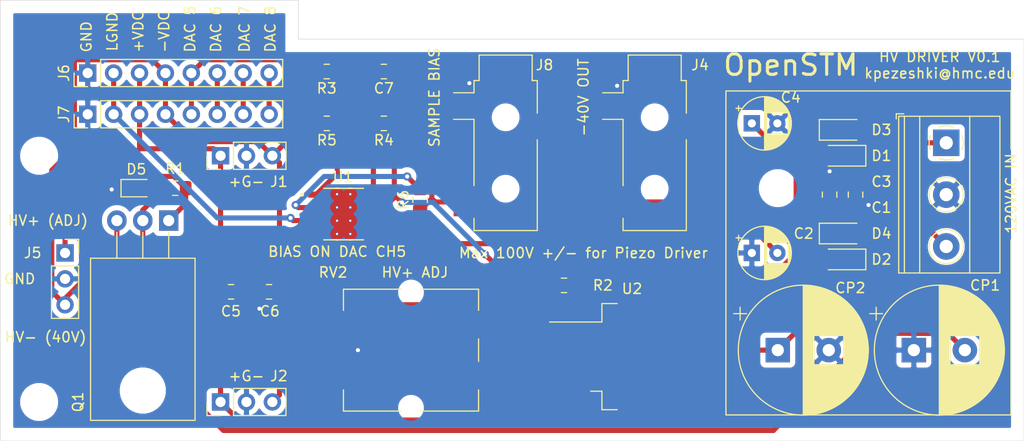
<source format=kicad_pcb>
(kicad_pcb (version 20171130) (host pcbnew "(5.1.6)-1")
  (layers (0 F.Cu signal) (31 B.Cu signal hide) (34 B.Paste user) (35 F.Paste user) (36 B.SilkS user) (37 F.SilkS user) (38 B.Mask user) (39 F.Mask user) (44 Edge.Cuts user))
  (net 0 "")
  (net 1 GND)
  (net 2 "Net-(C3-Pad1)")
  (net 3 "Net-(D1-Pad1)")
  (net 4 "Net-(D2-Pad1)")
  (net 5 "Net-(R2-Pad1)")
  (net 6 "Net-(RV2-Pad3)")
  (net 7 /hvpower/negreg/VNEG)
  (net 8 "Net-(D5-Pad2)")
  (net 9 /HVN)
  (net 10 /HVP)
  (net 11 "Net-(C7-Pad2)")
  (net 12 /biasamp/OUT)
  (net 13 "Net-(J6-Pad8)")
  (net 14 "Net-(J6-Pad7)")
  (net 15 "Net-(J6-Pad6)")
  (net 16 /DACBIAS)
  (net 17 /biasamp/BIAS)
  (net 18 "Net-(R4-Pad2)")
  (net 19 "Net-(R5-Pad1)")
  (net 20 "Net-(U1-Pad9)")
  (net 21 "Net-(U1-Pad5)")
  (module MountingHole:MountingHole_2.7mm_M2.5 (layer F.Cu) (at 118.11 91.44)
    (fp_text reference REF**)
    (fp_text value MountingHole_2.7mm_M2.5)
    (pad 1 np_thru_hole circle (at 0 0) (size 2.7 2.7) (drill 2.7) (layers *.Cu *.Mask))
  )
  (module MountingHole:MountingHole_2.7mm_M2.5 (layer F.Cu) (at 118.11 115.57)
    (fp_text reference REF**)
    (fp_text value MountingHole_2.7mm_M2.5)
    (pad 1 np_thru_hole circle (at 0 0) (size 2.7 2.7) (drill 2.7) (layers *.Cu *.Mask))
  )
  (module MountingHole:MountingHole_2.7mm_M2.5 (layer F.Cu) (at 190.5 94.615)
    (fp_text reference REF**)
    (fp_text value MountingHole_2.7mm_M2.5)
    (pad 1 np_thru_hole circle (at 0 0) (size 2.7 2.7) (drill 2.7) (layers *.Cu *.Mask))
  )
  (module VREG_LM5017MR:NOPB (layer F.Cu) (at 147.955 97.155)
    (fp_text reference U1 (at -0.075 -3.635) (layer F.SilkS))
    (fp_text value OPA454AIDDA)
    (pad 17 thru_hole circle (at 0.65 1.95) (size 0.3 0.3) (drill 0.2) (layers *.Cu *.Mask))
    (pad 16 thru_hole circle (at -0.65 1.95) (size 0.3 0.3) (drill 0.2) (layers *.Cu *.Mask))
    (pad 15 thru_hole circle (at 0.65 0.65) (size 0.3 0.3) (drill 0.2) (layers *.Cu *.Mask))
    (pad 14 thru_hole circle (at -0.65 0.65) (size 0.3 0.3) (drill 0.2) (layers *.Cu *.Mask))
    (pad 13 thru_hole circle (at 0.65 -0.65) (size 0.3 0.3) (drill 0.2) (layers *.Cu *.Mask))
    (pad 12 thru_hole circle (at -0.65 -0.65) (size 0.3 0.3) (drill 0.2) (layers *.Cu *.Mask))
    (pad 11 thru_hole circle (at 0.65 -1.95) (size 0.3 0.3) (drill 0.2) (layers *.Cu *.Mask))
    (pad 10 thru_hole circle (at -0.65 -1.95) (size 0.3 0.3) (drill 0.2) (layers *.Cu *.Mask))
    (pad 9 smd rect (at 0 0) (size 2.95 4.9) (layers F.Cu) (net 20 "Net-(U1-Pad9)"))
    (pad 8 smd rect (at 2.7 -1.905) (size 1.55 0.6) (layers F.Cu F.Paste) (net 18 "Net-(R4-Pad2)"))
    (pad 7 smd rect (at 2.7 -0.635) (size 1.55 0.6) (layers F.Cu F.Paste) (net 10 /HVP))
    (pad 6 smd rect (at 2.7 0.635) (size 1.55 0.6) (layers F.Cu F.Paste) (net 12 /biasamp/OUT))
    (pad 5 smd rect (at 2.7 1.905) (size 1.55 0.6) (layers F.Cu F.Paste) (net 21 "Net-(U1-Pad5)"))
    (pad 4 smd rect (at -2.7 1.905) (size 1.55 0.6) (layers F.Cu F.Paste) (net 9 /HVN))
    (pad 3 smd rect (at -2.7 0.635) (size 1.55 0.6) (layers F.Cu F.Paste) (net 17 /biasamp/BIAS))
    (pad 2 smd rect (at -2.7 -0.635) (size 1.55 0.6) (layers F.Cu F.Paste) (net 11 "Net-(C7-Pad2)"))
    (pad 1 smd rect (at -2.7 -1.905) (size 1.55 0.6) (layers F.Cu F.Paste) (net 19 "Net-(R5-Pad1)"))
  )
  (module Resistor_SMD:R_0805_2012Metric_Pad1.15x1.40mm_HandSolder (layer F.Cu) (at 155.448 95.758 90)
    (fp_text reference R6 (at 0 -1.65 90) (layer F.SilkS))
    (fp_text value 50K)
    (pad 2 smd roundrect (at 1.025 0 90) (size 1.15 1.4) (layers F.Cu F.Paste F.Mask) (roundrect_rratio 0.217391) (net 11 "Net-(C7-Pad2)"))
    (pad 1 smd roundrect (at -1.025 0 90) (size 1.15 1.4) (layers F.Cu F.Paste F.Mask) (roundrect_rratio 0.217391) (net 12 /biasamp/OUT))
  )
  (module Resistor_SMD:R_0805_2012Metric_Pad1.15x1.40mm_HandSolder (layer F.Cu) (at 146.304 88.265 180)
    (fp_text reference R5 (at 0 -1.65) (layer F.SilkS))
    (fp_text value 100K)
    (pad 2 smd roundrect (at 1.025 0 180) (size 1.15 1.4) (layers F.Cu F.Paste F.Mask) (roundrect_rratio 0.217391) (net 9 /HVN))
    (pad 1 smd roundrect (at -1.025 0 180) (size 1.15 1.4) (layers F.Cu F.Paste F.Mask) (roundrect_rratio 0.217391) (net 19 "Net-(R5-Pad1)"))
  )
  (module Resistor_SMD:R_0805_2012Metric_Pad1.15x1.40mm_HandSolder (layer F.Cu) (at 151.892 88.265 180)
    (fp_text reference R4 (at 0 -1.65) (layer F.SilkS))
    (fp_text value 100K)
    (pad 2 smd roundrect (at 1.025 0 180) (size 1.15 1.4) (layers F.Cu F.Paste F.Mask) (roundrect_rratio 0.217391) (net 18 "Net-(R4-Pad2)"))
    (pad 1 smd roundrect (at -1.025 0 180) (size 1.15 1.4) (layers F.Cu F.Paste F.Mask) (roundrect_rratio 0.217391) (net 10 /HVP))
  )
  (module Resistor_SMD:R_0805_2012Metric_Pad1.15x1.40mm_HandSolder (layer F.Cu) (at 146.295 83.185 180)
    (fp_text reference R3 (at 0 -1.65) (layer F.SilkS))
    (fp_text value 1k)
    (pad 2 smd roundrect (at 1.025 0 180) (size 1.15 1.4) (layers F.Cu F.Paste F.Mask) (roundrect_rratio 0.217391) (net 16 /DACBIAS))
    (pad 1 smd roundrect (at -1.025 0 180) (size 1.15 1.4) (layers F.Cu F.Paste F.Mask) (roundrect_rratio 0.217391) (net 11 "Net-(C7-Pad2)"))
  )
  (module Connector_Audio:Jack_3.5mm_CUI_SJ-3523-SMT_Horizontal (layer F.Cu) (at 163.83 90.17)
    (fp_text reference J8 (at 3.81 -7.62) (layer F.SilkS))
    (fp_text value AudioJack2)
    (pad "" np_thru_hole circle (at 0 4.5) (size 1.7 1.7) (drill 1.7) (layers *.Cu *.Mask))
    (pad "" np_thru_hole circle (at 0 -2.5) (size 1.7 1.7) (drill 1.7) (layers *.Cu *.Mask))
    (pad T smd rect (at -3.7 5.8) (size 2.8 2.8) (layers F.Cu F.Paste F.Mask) (net 12 /biasamp/OUT))
    (pad S smd rect (at -3.7 -3.6) (size 2.8 2.2) (layers F.Cu F.Paste F.Mask) (net 1 GND))
    (pad R smd rect (at 3.7 -1.6) (size 2.8 2.2) (layers F.Cu F.Paste F.Mask))
  )
  (module Connector_PinHeader_2.54mm:PinHeader_1x08_P2.54mm_Vertical (layer F.Cu) (at 122.8725 87.376 90)
    (fp_text reference J7 (at 0 -2.33 90) (layer F.SilkS))
    (fp_text value Conn_01x08_Female)
    (pad 8 thru_hole oval (at 0 17.78 90) (size 1.7 1.7) (drill 1) (layers *.Cu *.Mask) (net 13 "Net-(J6-Pad8)"))
    (pad 7 thru_hole oval (at 0 15.24 90) (size 1.7 1.7) (drill 1) (layers *.Cu *.Mask) (net 14 "Net-(J6-Pad7)"))
    (pad 6 thru_hole oval (at 0 12.7 90) (size 1.7 1.7) (drill 1) (layers *.Cu *.Mask) (net 15 "Net-(J6-Pad6)"))
    (pad 5 thru_hole oval (at 0 10.16 90) (size 1.7 1.7) (drill 1) (layers *.Cu *.Mask) (net 16 /DACBIAS))
    (pad 4 thru_hole oval (at 0 7.62 90) (size 1.7 1.7) (drill 1) (layers *.Cu *.Mask) (net 9 /HVN))
    (pad 3 thru_hole oval (at 0 5.08 90) (size 1.7 1.7) (drill 1) (layers *.Cu *.Mask) (net 10 /HVP))
    (pad 2 thru_hole oval (at 0 2.54 90) (size 1.7 1.7) (drill 1) (layers *.Cu *.Mask) (net 17 /biasamp/BIAS))
    (pad 1 thru_hole rect (at 0 0 90) (size 1.7 1.7) (drill 1) (layers *.Cu *.Mask) (net 1 GND))
  )
  (module Connector_PinHeader_2.54mm:PinHeader_1x08_P2.54mm_Vertical (layer F.Cu) (at 122.86742 83.33232 90)
    (fp_text reference J6 (at 0 -2.33 90) (layer F.SilkS))
    (fp_text value Conn_01x08_Male)
    (pad 8 thru_hole oval (at 0 17.78 90) (size 1.7 1.7) (drill 1) (layers *.Cu *.Mask) (net 13 "Net-(J6-Pad8)"))
    (pad 7 thru_hole oval (at 0 15.24 90) (size 1.7 1.7) (drill 1) (layers *.Cu *.Mask) (net 14 "Net-(J6-Pad7)"))
    (pad 6 thru_hole oval (at 0 12.7 90) (size 1.7 1.7) (drill 1) (layers *.Cu *.Mask) (net 15 "Net-(J6-Pad6)"))
    (pad 5 thru_hole oval (at 0 10.16 90) (size 1.7 1.7) (drill 1) (layers *.Cu *.Mask) (net 16 /DACBIAS))
    (pad 4 thru_hole oval (at 0 7.62 90) (size 1.7 1.7) (drill 1) (layers *.Cu *.Mask) (net 9 /HVN))
    (pad 3 thru_hole oval (at 0 5.08 90) (size 1.7 1.7) (drill 1) (layers *.Cu *.Mask) (net 10 /HVP))
    (pad 2 thru_hole oval (at 0 2.54 90) (size 1.7 1.7) (drill 1) (layers *.Cu *.Mask) (net 17 /biasamp/BIAS))
    (pad 1 thru_hole rect (at 0 0 90) (size 1.7 1.7) (drill 1) (layers *.Cu *.Mask) (net 1 GND))
  )
  (module Capacitor_SMD:C_0805_2012Metric_Pad1.15x1.40mm_HandSolder (layer F.Cu) (at 151.892 83.185 180)
    (fp_text reference C7 (at 0 -1.65) (layer F.SilkS))
    (fp_text value 1nF)
    (pad 2 smd roundrect (at 1.025 0 180) (size 1.15 1.4) (layers F.Cu F.Paste F.Mask) (roundrect_rratio 0.217391) (net 11 "Net-(C7-Pad2)"))
    (pad 1 smd roundrect (at -1.025 0 180) (size 1.15 1.4) (layers F.Cu F.Paste F.Mask) (roundrect_rratio 0.217391) (net 12 /biasamp/OUT))
  )
  (module Capacitor_THT:CP_Radial_D12.5mm_P5.00mm (layer F.Cu) (at 190.5 110.49)
    (fp_text reference CP2 (at 7.112 -6.096) (layer F.SilkS))
    (fp_text value 200uF)
    (pad 2 thru_hole circle (at 5 0) (size 2.4 2.4) (drill 1.2) (layers *.Cu *.Mask) (net 1 GND))
    (pad 1 thru_hole rect (at 0 0) (size 2.4 2.4) (drill 1.2) (layers *.Cu *.Mask) (net 2 "Net-(C3-Pad1)"))
  )
  (module Capacitor_THT:CP_Radial_D12.5mm_P5.00mm (layer F.Cu) (at 203.835 110.49)
    (fp_text reference CP1 (at 6.985 -6.35) (layer F.SilkS))
    (fp_text value 200uF)
    (pad 2 thru_hole circle (at 5 0) (size 2.4 2.4) (drill 1.2) (layers *.Cu *.Mask) (net 7 /hvpower/negreg/VNEG))
    (pad 1 thru_hole rect (at 0 0) (size 2.4 2.4) (drill 1.2) (layers *.Cu *.Mask) (net 1 GND))
  )
  (module Connector_PinSocket_2.54mm:PinSocket_1x03_P2.54mm_Vertical (layer F.Cu) (at 120.65 100.965)
    (fp_text reference J5 (at -3.175 0) (layer F.SilkS))
    (fp_text value Conn_01x03_Female)
    (pad 3 thru_hole oval (at 0 5.08) (size 1.7 1.7) (drill 1) (layers *.Cu *.Mask) (net 9 /HVN))
    (pad 2 thru_hole oval (at 0 2.54) (size 1.7 1.7) (drill 1) (layers *.Cu *.Mask) (net 1 GND))
    (pad 1 thru_hole rect (at 0 0) (size 1.7 1.7) (drill 1) (layers *.Cu *.Mask) (net 10 /HVP))
  )
  (module Package_TO_SOT_THT:TO-220-3_Horizontal_TabDown (layer F.Cu) (at 130.81 97.79 180)
    (fp_text reference Q1 (at 8.89 -17.78 270) (layer F.SilkS))
    (fp_text value TIP127)
    (pad 3 thru_hole oval (at 5.08 0 180) (size 1.905 2) (drill 1.1) (layers *.Cu *.Mask) (net 9 /HVN))
    (pad 2 thru_hole oval (at 2.54 0 180) (size 1.905 2) (drill 1.1) (layers *.Cu *.Mask) (net 7 /hvpower/negreg/VNEG))
    (pad 1 thru_hole rect (at 0 0 180) (size 1.905 2) (drill 1.1) (layers *.Cu *.Mask) (net 8 "Net-(D5-Pad2)"))
    (pad "" np_thru_hole oval (at 2.54 -16.66 180) (size 3.5 3.5) (drill 3.5) (layers *.Cu *.Mask))
  )
  (module Resistor_SMD:R_0805_2012Metric_Pad1.15x1.40mm_HandSolder (layer F.Cu) (at 131.445 94.615 180)
    (fp_text reference R1 (at 0 1.905) (layer F.SilkS))
    (fp_text value 10k)
    (pad 2 smd roundrect (at 1.025 0 180) (size 1.15 1.4) (layers F.Cu F.Paste F.Mask) (roundrect_rratio 0.217391) (net 7 /hvpower/negreg/VNEG))
    (pad 1 smd roundrect (at -1.025 0 180) (size 1.15 1.4) (layers F.Cu F.Paste F.Mask) (roundrect_rratio 0.217391) (net 8 "Net-(D5-Pad2)"))
  )
  (module Diode_SMD:D_SOD-323 (layer F.Cu) (at 127.635 94.615)
    (fp_text reference D5 (at 0 -1.85) (layer F.SilkS))
    (fp_text value D_Zener)
    (pad 2 smd rect (at 1.05 0) (size 0.6 0.45) (layers F.Cu F.Paste F.Mask) (net 8 "Net-(D5-Pad2)"))
    (pad 1 smd rect (at -1.05 0) (size 0.6 0.45) (layers F.Cu F.Paste F.Mask) (net 1 GND))
  )
  (module Connector_Audio:Jack_3.5mm_CUI_SJ-3523-SMT_Horizontal (layer F.Cu) (at 178.435 90.17)
    (fp_text reference J4 (at 4.445 -7.62 180) (layer F.SilkS))
    (fp_text value AudioJack2)
    (pad "" np_thru_hole circle (at 0 4.5) (size 1.7 1.7) (drill 1.7) (layers *.Cu *.Mask))
    (pad "" np_thru_hole circle (at 0 -2.5) (size 1.7 1.7) (drill 1.7) (layers *.Cu *.Mask))
    (pad T smd rect (at -3.7 5.8) (size 2.8 2.8) (layers F.Cu F.Paste F.Mask) (net 9 /HVN))
    (pad S smd rect (at -3.7 -3.6) (size 2.8 2.2) (layers F.Cu F.Paste F.Mask) (net 1 GND))
    (pad R smd rect (at 3.7 -1.6) (size 2.8 2.2) (layers F.Cu F.Paste F.Mask))
  )
  (module Capacitor_SMD:C_0805_2012Metric_Pad1.15x1.40mm_HandSolder (layer F.Cu) (at 140.64 104.775 180)
    (fp_text reference C6 (at -0.076 -1.905) (layer F.SilkS))
    (fp_text value 1uF)
    (pad 2 smd roundrect (at 1.025 0 180) (size 1.15 1.4) (layers F.Cu F.Paste F.Mask) (roundrect_rratio 0.217391) (net 1 GND))
    (pad 1 smd roundrect (at -1.025 0 180) (size 1.15 1.4) (layers F.Cu F.Paste F.Mask) (roundrect_rratio 0.217391) (net 9 /HVN))
  )
  (module Capacitor_SMD:C_0805_2012Metric_Pad1.15x1.40mm_HandSolder (layer F.Cu) (at 136.915 104.775)
    (fp_text reference C5 (at -0.009 1.905) (layer F.SilkS))
    (fp_text value 1uF)
    (pad 2 smd roundrect (at 1.025 0) (size 1.15 1.4) (layers F.Cu F.Paste F.Mask) (roundrect_rratio 0.217391) (net 1 GND))
    (pad 1 smd roundrect (at -1.025 0) (size 1.15 1.4) (layers F.Cu F.Paste F.Mask) (roundrect_rratio 0.217391) (net 10 /HVP))
  )
  (module Package_TO_SOT_SMD:TO-263-3_TabPin2 (layer F.Cu) (at 176.215 111.125)
    (fp_text reference U2 (at 0 -6.65) (layer F.SilkS))
    (fp_text value TL783)
    (pad 2 smd rect (at 3.375 0) (size 9.4 10.8) (layers F.Cu F.Mask) (net 2 "Net-(C3-Pad1)"))
    (pad 3 smd rect (at -5.775 2.54) (size 4.6 1.1) (layers F.Cu F.Paste F.Mask) (net 10 /HVP))
    (pad 2 smd rect (at -5.775 0) (size 4.6 1.1) (layers F.Cu F.Paste F.Mask) (net 2 "Net-(C3-Pad1)"))
    (pad 1 smd rect (at -5.775 -2.54) (size 4.6 1.1) (layers F.Cu F.Paste F.Mask) (net 5 "Net-(R2-Pad1)"))
  )
  (module Potentiometer_SMD:Potentiometer_Bourns_PRS11S_Vertical (layer F.Cu) (at 154.305 110.49)
    (fp_text reference RV2 (at -7.3914 -7.62) (layer F.SilkS))
    (fp_text value 10k)
    (pad "" np_thru_hole circle (at 0.25 5.65) (size 1.5 1.5) (drill 1.5) (layers *.Cu *.Mask))
    (pad "" np_thru_hole circle (at 0.25 -5.65) (size 1.5 1.5) (drill 1.5) (layers *.Cu *.Mask))
    (pad 5 smd rect (at 8.25 2.5) (size 4 2) (layers F.Cu F.Paste F.Mask))
    (pad 4 smd rect (at 8.25 -2.5) (size 4 2) (layers F.Cu F.Paste F.Mask))
    (pad 3 smd rect (at -8.25 2.5) (size 4 2) (layers F.Cu F.Paste F.Mask) (net 6 "Net-(RV2-Pad3)"))
    (pad 2 smd rect (at -8.25 0) (size 4 2) (layers F.Cu F.Paste F.Mask) (net 1 GND))
    (pad 1 smd rect (at -8.25 -2.5) (size 4 2) (layers F.Cu F.Paste F.Mask) (net 5 "Net-(R2-Pad1)"))
  )
  (module Resistor_SMD:R_0805_2012Metric_Pad1.15x1.40mm_HandSolder (layer F.Cu) (at 169.545 104.14)
    (fp_text reference R2 (at 3.81 0) (layer F.SilkS))
    (fp_text value 100)
    (pad 2 smd roundrect (at 1.025 0) (size 1.15 1.4) (layers F.Cu F.Paste F.Mask) (roundrect_rratio 0.217391) (net 10 /HVP))
    (pad 1 smd roundrect (at -1.025 0) (size 1.15 1.4) (layers F.Cu F.Paste F.Mask) (roundrect_rratio 0.217391) (net 5 "Net-(R2-Pad1)"))
  )
  (module TerminalBlock_Phoenix:TerminalBlock_Phoenix_MKDS-1,5-3-5.08_1x03_P5.08mm_Horizontal (layer F.Cu) (at 207.01 90.17 270)
    (fp_text reference J3)
    (fp_text value Screw_Terminal_01x03)
    (pad 3 thru_hole circle (at 10.16 0 270) (size 2.6 2.6) (drill 1.3) (layers *.Cu *.Mask) (net 4 "Net-(D2-Pad1)"))
    (pad 2 thru_hole circle (at 5.08 0 270) (size 2.6 2.6) (drill 1.3) (layers *.Cu *.Mask) (net 1 GND))
    (pad 1 thru_hole rect (at 0 0 270) (size 2.6 2.6) (drill 1.3) (layers *.Cu *.Mask) (net 3 "Net-(D1-Pad1)"))
  )
  (module Connector_PinHeader_2.54mm:PinHeader_1x03_P2.54mm_Vertical (layer F.Cu) (at 135.89 115.57 90)
    (fp_text reference J2 (at 2.54 5.715 180) (layer F.SilkS))
    (fp_text value Conn_01x03_Male)
    (pad 3 thru_hole oval (at 0 5.08 90) (size 1.7 1.7) (drill 1) (layers *.Cu *.Mask) (net 9 /HVN))
    (pad 2 thru_hole oval (at 0 2.54 90) (size 1.7 1.7) (drill 1) (layers *.Cu *.Mask) (net 1 GND))
    (pad 1 thru_hole rect (at 0 0 90) (size 1.7 1.7) (drill 1) (layers *.Cu *.Mask) (net 10 /HVP))
  )
  (module Connector_PinHeader_2.54mm:PinHeader_1x03_P2.54mm_Vertical (layer F.Cu) (at 135.89 91.44 90)
    (fp_text reference J1 (at -2.54 5.715 180) (layer F.SilkS))
    (fp_text value Conn_01x03_Male)
    (pad 3 thru_hole oval (at 0 5.08 90) (size 1.7 1.7) (drill 1) (layers *.Cu *.Mask) (net 9 /HVN))
    (pad 2 thru_hole oval (at 0 2.54 90) (size 1.7 1.7) (drill 1) (layers *.Cu *.Mask) (net 1 GND))
    (pad 1 thru_hole rect (at 0 0 90) (size 1.7 1.7) (drill 1) (layers *.Cu *.Mask) (net 10 /HVP))
  )
  (module Diode_SMD:D_SMF (layer F.Cu) (at 196.85 99.06)
    (fp_text reference D4 (at 3.81 0) (layer F.SilkS))
    (fp_text value D)
    (pad 2 smd rect (at 1.45 0) (size 1.3 1.4) (layers F.Cu F.Paste F.Mask) (net 4 "Net-(D2-Pad1)"))
    (pad 1 smd rect (at -1.45 0) (size 1.3 1.4) (layers F.Cu F.Paste F.Mask) (net 2 "Net-(C3-Pad1)"))
  )
  (module Diode_SMD:D_SMF (layer F.Cu) (at 196.85 88.9)
    (fp_text reference D3 (at 3.81 0) (layer F.SilkS))
    (fp_text value D)
    (pad 2 smd rect (at 1.45 0) (size 1.3 1.4) (layers F.Cu F.Paste F.Mask) (net 3 "Net-(D1-Pad1)"))
    (pad 1 smd rect (at -1.45 0) (size 1.3 1.4) (layers F.Cu F.Paste F.Mask) (net 2 "Net-(C3-Pad1)"))
  )
  (module Diode_SMD:D_SMF (layer F.Cu) (at 196.85 101.6 180)
    (fp_text reference D2 (at -3.81 0) (layer F.SilkS))
    (fp_text value D)
    (pad 2 smd rect (at 1.45 0 180) (size 1.3 1.4) (layers F.Cu F.Paste F.Mask) (net 7 /hvpower/negreg/VNEG))
    (pad 1 smd rect (at -1.45 0 180) (size 1.3 1.4) (layers F.Cu F.Paste F.Mask) (net 4 "Net-(D2-Pad1)"))
  )
  (module Diode_SMD:D_SMF (layer F.Cu) (at 196.85 91.44 180)
    (fp_text reference D1 (at -3.81 0) (layer F.SilkS))
    (fp_text value D)
    (pad 2 smd rect (at 1.45 0 180) (size 1.3 1.4) (layers F.Cu F.Paste F.Mask) (net 7 /hvpower/negreg/VNEG))
    (pad 1 smd rect (at -1.45 0 180) (size 1.3 1.4) (layers F.Cu F.Paste F.Mask) (net 3 "Net-(D1-Pad1)"))
  )
  (module Capacitor_THT:CP_Radial_D5.0mm_P2.50mm (layer F.Cu) (at 187.96 88.265)
    (fp_text reference C4 (at 3.81 -2.54) (layer F.SilkS))
    (fp_text value 10uF)
    (pad 2 thru_hole circle (at 2.5 0) (size 1.6 1.6) (drill 0.8) (layers *.Cu *.Mask) (net 1 GND))
    (pad 1 thru_hole rect (at 0 0) (size 1.6 1.6) (drill 0.8) (layers *.Cu *.Mask) (net 10 /HVP))
  )
  (module Capacitor_SMD:C_0805_2012Metric_Pad1.15x1.40mm_HandSolder (layer F.Cu) (at 195.58 95.25 90)
    (fp_text reference C3 (at 1.27 5.08 180) (layer F.SilkS))
    (fp_text value 1uF)
    (pad 2 smd roundrect (at 1.025 0 90) (size 1.15 1.4) (layers F.Cu F.Paste F.Mask) (roundrect_rratio 0.217391) (net 1 GND))
    (pad 1 smd roundrect (at -1.025 0 90) (size 1.15 1.4) (layers F.Cu F.Paste F.Mask) (roundrect_rratio 0.217391) (net 2 "Net-(C3-Pad1)"))
  )
  (module Capacitor_THT:CP_Radial_D5.0mm_P2.50mm (layer F.Cu) (at 187.96 100.965)
    (fp_text reference C2 (at 5.08 -1.905) (layer F.SilkS))
    (fp_text value 10uF)
    (pad 2 thru_hole circle (at 2.5 0) (size 1.6 1.6) (drill 0.8) (layers *.Cu *.Mask) (net 9 /HVN))
    (pad 1 thru_hole rect (at 0 0) (size 1.6 1.6) (drill 0.8) (layers *.Cu *.Mask) (net 1 GND))
  )
  (module Capacitor_SMD:C_0805_2012Metric_Pad1.15x1.40mm_HandSolder (layer F.Cu) (at 198.12 95.25 90)
    (fp_text reference C1 (at -1.27 2.54 180) (layer F.SilkS))
    (fp_text value 1uF)
    (pad 2 smd roundrect (at 1.025 0 90) (size 1.15 1.4) (layers F.Cu F.Paste F.Mask) (roundrect_rratio 0.217391) (net 7 /hvpower/negreg/VNEG))
    (pad 1 smd roundrect (at -1.025 0 90) (size 1.15 1.4) (layers F.Cu F.Paste F.Mask) (roundrect_rratio 0.217391) (net 1 GND))
  )
  (gr_text "BIAS ON DAC CH5" (at 147.32 100.838) (layer F.SilkS) (effects (font (size 1 1))))
  (gr_line (start 143.51 76.2) (end 114.3 76.2) (layer Edge.Cuts) (width 0.05))
  (gr_line (start 143.51 80.01) (end 143.51 76.2) (layer Edge.Cuts) (width 0.05))
  (gr_line (start 154.94 80.01) (end 143.51 80.01) (layer Edge.Cuts) (width 0.05))
  (gr_line (start 214.63 119.38) (end 114.3 119.38) (layer Edge.Cuts) (width 0.05))
  (gr_line (start 214.63 118.11) (end 214.63 119.38) (layer Edge.Cuts) (width 0.05))
  (gr_line (start 214.63 80.01) (end 214.63 118.11) (layer Edge.Cuts) (width 0.05))
  (gr_line (start 154.94 80.01) (end 214.63 80.01) (layer Edge.Cuts) (width 0.05))
  (gr_line (start 114.3 119.38) (end 114.3 76.2) (layer Edge.Cuts) (width 0.05))
  (gr_text "-40V OUT" (at 171.45 85.725 90) (layer F.SilkS) (effects (font (size 1 1))))
  (gr_text +VDC (at 127.82042 79.26832 90) (layer F.SilkS) (effects (font (size 1 1))))
  (gr_text "DAC 8" (at 140.77442 79.01432 90) (layer F.SilkS) (effects (font (size 1 1))))
  (gr_text "DAC 6" (at 135.44042 79.01432 90) (layer F.SilkS) (effects (font (size 1 1))))
  (gr_text "DAC 7" (at 138.23442 79.01432 90) (layer F.SilkS) (effects (font (size 1 1))))
  (gr_text LGND (at 125.28042 79.26832 90) (layer F.SilkS) (effects (font (size 1 1))))
  (gr_text GND (at 122.74042 79.77632 90) (layer F.SilkS) (effects (font (size 1 1))))
  (gr_text "DAC 5" (at 132.90042 79.01432 90) (layer F.SilkS) (effects (font (size 1 1))))
  (gr_text -VDC (at 130.36042 79.26832 90) (layer F.SilkS) (effects (font (size 1 1))))
  (gr_text "SAMPLE BIAS" (at 156.845 85.725 90) (layer F.SilkS) (effects (font (size 1 1))))
  (gr_text GND (at 116.205 103.505) (layer F.SilkS) (effects (font (size 1 1))))
  (gr_text "HV- (40V)" (at 118.745 109.22) (layer F.SilkS) (effects (font (size 1 1))))
  (gr_text "HV+ (ADJ)" (at 114.935 97.79) (layer F.SilkS) (effects (font (size 1 1)) (justify left)))
  (gr_text "120VAC IN" (at 213.36 95.13316 90) (layer F.SilkS) (effects (font (size 1 1))))
  (gr_text "Max 100V +/- for Piezo Driver" (at 171.45 100.965) (layer F.SilkS) (effects (font (size 1 1))))
  (gr_text OpenSTM (at 191.77 82.55) (layer F.SilkS) (effects (font (size 2 2) (thickness 0.3))))
  (gr_line (start 185.42 116.84) (end 185.42 85.09) (layer F.SilkS) (width 0.12))
  (gr_line (start 213.36 116.84) (end 185.42 116.84) (layer F.SilkS) (width 0.12))
  (gr_line (start 213.36 99.695) (end 213.36 116.84) (layer F.SilkS) (width 0.12))
  (gr_line (start 213.36 85.09) (end 213.36 90.805) (layer F.SilkS) (width 0.12))
  (gr_line (start 185.42 85.09) (end 213.36 85.09) (layer F.SilkS) (width 0.12))
  (gr_text +G- (at 138.43 113.03) (layer F.SilkS) (effects (font (size 1 1))))
  (gr_text +G- (at 138.43 93.98) (layer F.SilkS) (effects (font (size 1 1))))
  (gr_text "HV DRIVER V0.1\nkpezeshki@hmc.edu\n" (at 206.375 82.55) (layer F.SilkS) (effects (font (size 1 1))))
  (gr_text "HV+ ADJ" (at 154.94 102.87) (layer F.SilkS) (effects (font (size 1 1))))
  (via (at 195.58 92.964) (size 0.8) (drill 0.4) (layers F.Cu B.Cu) (net 1))
  (segment (start 195.58 94.225) (end 195.58 92.964) (width 0.5) (layer F.Cu) (net 1))
  (segment (start 195.58 92.964) (end 195.58 93.726) (width 0.5) (layer B.Cu) (net 1))
  (via (at 199.39 96.266) (size 0.8) (drill 0.4) (layers F.Cu B.Cu) (net 1))
  (segment (start 198.12 96.275) (end 199.381 96.275) (width 0.5) (layer F.Cu) (net 1))
  (segment (start 199.381 96.275) (end 199.39 96.266) (width 0.5) (layer F.Cu) (net 1))
  (segment (start 174.735 86.57) (end 174.735 84.599) (width 0.5) (layer F.Cu) (net 1))
  (via (at 174.752 84.582) (size 0.8) (drill 0.4) (layers F.Cu B.Cu) (net 1))
  (segment (start 174.735 84.599) (end 174.752 84.582) (width 0.5) (layer F.Cu) (net 1))
  (via (at 160.274 84.328) (size 0.8) (drill 0.4) (layers F.Cu B.Cu) (net 1))
  (segment (start 160.13 86.57) (end 160.13 84.472) (width 0.5) (layer F.Cu) (net 1))
  (segment (start 160.13 84.472) (end 160.274 84.328) (width 0.5) (layer F.Cu) (net 1))
  (via (at 149.352 110.49) (size 0.8) (drill 0.4) (layers F.Cu B.Cu) (net 1))
  (segment (start 146.055 110.49) (end 149.352 110.49) (width 0.5) (layer F.Cu) (net 1))
  (segment (start 137.94 104.775) (end 139.615 104.775) (width 0.5) (layer F.Cu) (net 1))
  (via (at 139.7 106.426) (size 0.8) (drill 0.4) (layers F.Cu B.Cu) (net 1))
  (segment (start 139.615 104.775) (end 139.615 106.341) (width 0.5) (layer F.Cu) (net 1))
  (segment (start 139.615 106.341) (end 139.7 106.426) (width 0.5) (layer F.Cu) (net 1))
  (via (at 125.222 94.742) (size 0.8) (drill 0.4) (layers F.Cu B.Cu) (net 1))
  (segment (start 126.585 94.615) (end 125.349 94.615) (width 0.5) (layer F.Cu) (net 1))
  (segment (start 125.349 94.615) (end 125.222 94.742) (width 0.5) (layer F.Cu) (net 1))
  (segment (start 194.299999 106.690001) (end 190.5 110.49) (width 0.5) (layer F.Cu) (net 2))
  (segment (start 194.299999 100.160001) (end 194.299999 106.690001) (width 0.5) (layer F.Cu) (net 2))
  (segment (start 195.4 99.06) (end 194.299999 100.160001) (width 0.5) (layer F.Cu) (net 2))
  (segment (start 195.58 98.88) (end 195.4 99.06) (width 0.5) (layer F.Cu) (net 2))
  (segment (start 195.58 96.275) (end 195.58 98.88) (width 0.5) (layer F.Cu) (net 2))
  (segment (start 194.299999 90.000001) (end 194.299999 97.959999) (width 0.5) (layer F.Cu) (net 2))
  (segment (start 194.299999 97.959999) (end 195.4 99.06) (width 0.5) (layer F.Cu) (net 2))
  (segment (start 195.4 88.9) (end 194.299999 90.000001) (width 0.5) (layer F.Cu) (net 2))
  (segment (start 180.225 110.49) (end 179.59 111.125) (width 0.5) (layer F.Cu) (net 2))
  (segment (start 190.5 110.49) (end 180.225 110.49) (width 0.5) (layer F.Cu) (net 2))
  (segment (start 179.59 111.125) (end 170.44 111.125) (width 0.5) (layer F.Cu) (net 2))
  (segment (start 199.57 90.17) (end 198.3 88.9) (width 0.5) (layer F.Cu) (net 3))
  (segment (start 207.01 90.17) (end 199.57 90.17) (width 0.5) (layer F.Cu) (net 3))
  (segment (start 198.3 91.44) (end 198.3 91.26) (width 0.5) (layer F.Cu) (net 3))
  (segment (start 199.39 90.17) (end 199.57 90.17) (width 0.5) (layer F.Cu) (net 3))
  (segment (start 198.3 91.26) (end 199.39 90.17) (width 0.5) (layer F.Cu) (net 3))
  (segment (start 198.3 99.06) (end 198.3 101.6) (width 0.5) (layer F.Cu) (net 4))
  (segment (start 205.74 99.06) (end 207.01 100.33) (width 0.5) (layer F.Cu) (net 4))
  (segment (start 198.3 99.06) (end 205.74 99.06) (width 0.5) (layer F.Cu) (net 4))
  (segment (start 170.44 106.06) (end 168.52 104.14) (width 0.5) (layer F.Cu) (net 5))
  (segment (start 170.44 108.585) (end 170.44 106.06) (width 0.5) (layer F.Cu) (net 5))
  (segment (start 148.004999 106.040001) (end 146.055 107.99) (width 0.5) (layer F.Cu) (net 5))
  (segment (start 166.619999 106.040001) (end 148.004999 106.040001) (width 0.5) (layer F.Cu) (net 5))
  (segment (start 168.52 104.14) (end 166.619999 106.040001) (width 0.5) (layer F.Cu) (net 5))
  (segment (start 198.12 94.16) (end 195.4 91.44) (width 0.5) (layer F.Cu) (net 7))
  (segment (start 198.12 94.225) (end 198.12 94.16) (width 0.5) (layer F.Cu) (net 7))
  (segment (start 196.96999 100.03001) (end 195.4 101.6) (width 0.5) (layer F.Cu) (net 7))
  (segment (start 196.96999 95.37501) (end 196.96999 100.03001) (width 0.5) (layer F.Cu) (net 7))
  (segment (start 198.12 94.225) (end 196.96999 95.37501) (width 0.5) (layer F.Cu) (net 7))
  (segment (start 207.184999 108.839999) (end 208.835 110.49) (width 0.5) (layer F.Cu) (net 7))
  (segment (start 203.379997 108.839999) (end 207.184999 108.839999) (width 0.5) (layer F.Cu) (net 7))
  (segment (start 196.96999 102.429992) (end 203.379997 108.839999) (width 0.5) (layer F.Cu) (net 7))
  (segment (start 196.96999 100.03001) (end 196.96999 102.429992) (width 0.5) (layer F.Cu) (net 7))
  (segment (start 199.592003 108.839999) (end 190.068002 118.364) (width 0.5) (layer F.Cu) (net 7))
  (segment (start 207.184999 108.839999) (end 199.592003 108.839999) (width 0.5) (layer F.Cu) (net 7))
  (segment (start 128.27 110.460002) (end 128.27 97.79) (width 0.5) (layer F.Cu) (net 7))
  (segment (start 136.173998 118.364) (end 128.27 110.460002) (width 0.5) (layer F.Cu) (net 7))
  (segment (start 190.068002 118.364) (end 136.173998 118.364) (width 0.5) (layer F.Cu) (net 7))
  (segment (start 128.27 96.765) (end 130.42 94.615) (width 0.5) (layer F.Cu) (net 7))
  (segment (start 128.27 97.79) (end 128.27 96.765) (width 0.5) (layer F.Cu) (net 7))
  (segment (start 129.805044 93.46499) (end 131.31999 93.46499) (width 0.5) (layer F.Cu) (net 8))
  (segment (start 129.39499 93.875044) (end 129.805044 93.46499) (width 0.5) (layer F.Cu) (net 8))
  (segment (start 129.39499 94.37901) (end 129.39499 93.875044) (width 0.5) (layer F.Cu) (net 8))
  (segment (start 131.31999 93.46499) (end 132.47 94.615) (width 0.5) (layer F.Cu) (net 8))
  (segment (start 129.159 94.615) (end 129.39499 94.37901) (width 0.5) (layer F.Cu) (net 8))
  (segment (start 128.685 94.615) (end 129.159 94.615) (width 0.5) (layer F.Cu) (net 8))
  (segment (start 132.47 96.13) (end 130.81 97.79) (width 0.5) (layer F.Cu) (net 8))
  (segment (start 132.47 94.615) (end 132.47 96.13) (width 0.5) (layer F.Cu) (net 8))
  (segment (start 185.465 95.97) (end 174.735 95.97) (width 0.5) (layer F.Cu) (net 9))
  (segment (start 190.46 100.965) (end 185.465 95.97) (width 0.5) (layer F.Cu) (net 9))
  (segment (start 141.665 114.875) (end 140.97 115.57) (width 0.5) (layer F.Cu) (net 9))
  (segment (start 141.665 104.775) (end 141.665 114.875) (width 0.5) (layer F.Cu) (net 9))
  (segment (start 141.665 104.775) (end 141.665 102.65) (width 0.5) (layer F.Cu) (net 9))
  (segment (start 141.665 92.135) (end 140.97 91.44) (width 0.5) (layer F.Cu) (net 9))
  (segment (start 141.665 104.775) (end 141.665 92.135) (width 0.5) (layer F.Cu) (net 9))
  (segment (start 130.4925 83.3374) (end 130.48742 83.33232) (width 0.5) (layer F.Cu) (net 9))
  (segment (start 130.4925 87.376) (end 130.4925 83.3374) (width 0.5) (layer F.Cu) (net 9))
  (segment (start 144.145 88.265) (end 140.97 91.44) (width 0.5) (layer F.Cu) (net 9))
  (segment (start 145.279 88.265) (end 144.145 88.265) (width 0.5) (layer F.Cu) (net 9))
  (segment (start 125.73 100.349002) (end 125.73 97.79) (width 0.5) (layer F.Cu) (net 9))
  (segment (start 120.65 105.429002) (end 125.73 100.349002) (width 0.5) (layer F.Cu) (net 9))
  (segment (start 120.65 106.045) (end 120.65 105.429002) (width 0.5) (layer F.Cu) (net 9))
  (segment (start 170.649999 100.055001) (end 144.259999 100.055001) (width 0.5) (layer F.Cu) (net 9))
  (segment (start 174.735 95.97) (end 170.649999 100.055001) (width 0.5) (layer F.Cu) (net 9))
  (segment (start 144.259999 100.055001) (end 142.2235 102.0915) (width 0.5) (layer F.Cu) (net 9))
  (segment (start 141.665 102.65) (end 142.2235 102.0915) (width 0.5) (layer F.Cu) (net 9))
  (segment (start 142.2235 102.0915) (end 145.255 99.06) (width 0.5) (layer F.Cu) (net 9))
  (segment (start 133.169988 90.053488) (end 130.4925 87.376) (width 0.5) (layer F.Cu) (net 9))
  (segment (start 139.583488 90.053488) (end 133.169988 90.053488) (width 0.5) (layer F.Cu) (net 9))
  (segment (start 140.97 91.44) (end 139.583488 90.053488) (width 0.5) (layer F.Cu) (net 9))
  (segment (start 129.187419 82.032319) (end 130.48742 83.33232) (width 0.5) (layer F.Cu) (net 9))
  (segment (start 121.657419 82.032319) (end 129.187419 82.032319) (width 0.5) (layer F.Cu) (net 9))
  (segment (start 121.567419 82.122319) (end 121.657419 82.032319) (width 0.5) (layer F.Cu) (net 9))
  (segment (start 121.567419 90.646583) (end 121.567419 82.122319) (width 0.5) (layer F.Cu) (net 9))
  (segment (start 119.349999 92.864003) (end 121.567419 90.646583) (width 0.5) (layer F.Cu) (net 9))
  (segment (start 119.349999 104.744999) (end 119.349999 92.864003) (width 0.5) (layer F.Cu) (net 9))
  (segment (start 120.65 106.045) (end 119.349999 104.744999) (width 0.5) (layer F.Cu) (net 9))
  (segment (start 192.300001 100.975001) (end 192.300001 92.605001) (width 0.5) (layer F.Cu) (net 10))
  (segment (start 189.135002 104.14) (end 192.300001 100.975001) (width 0.5) (layer F.Cu) (net 10))
  (segment (start 192.300001 92.605001) (end 187.96 88.265) (width 0.5) (layer F.Cu) (net 10))
  (segment (start 170.57 104.14) (end 189.135002 104.14) (width 0.5) (layer F.Cu) (net 10))
  (segment (start 173.190001 109.495001) (end 173.190001 106.760001) (width 0.5) (layer F.Cu) (net 10))
  (segment (start 173.100001 109.585001) (end 173.190001 109.495001) (width 0.5) (layer F.Cu) (net 10))
  (segment (start 168.319997 109.585001) (end 173.100001 109.585001) (width 0.5) (layer F.Cu) (net 10))
  (segment (start 167.689999 110.214999) (end 168.319997 109.585001) (width 0.5) (layer F.Cu) (net 10))
  (segment (start 167.689999 112.035001) (end 167.689999 110.214999) (width 0.5) (layer F.Cu) (net 10))
  (segment (start 169.319998 113.665) (end 167.689999 112.035001) (width 0.5) (layer F.Cu) (net 10))
  (segment (start 173.190001 106.760001) (end 170.57 104.14) (width 0.5) (layer F.Cu) (net 10))
  (segment (start 170.44 113.665) (end 169.319998 113.665) (width 0.5) (layer F.Cu) (net 10))
  (segment (start 135.89 115.57) (end 135.89 104.775) (width 0.5) (layer F.Cu) (net 10))
  (segment (start 135.89 104.775) (end 135.89 91.44) (width 0.5) (layer F.Cu) (net 10))
  (segment (start 127.9525 83.3374) (end 127.94742 83.33232) (width 0.5) (layer F.Cu) (net 10))
  (segment (start 127.9525 87.376) (end 127.9525 83.3374) (width 0.5) (layer F.Cu) (net 10))
  (segment (start 151.93 96.52) (end 150.655 96.52) (width 0.5) (layer F.Cu) (net 10))
  (segment (start 152.917 95.533) (end 151.93 96.52) (width 0.5) (layer F.Cu) (net 10))
  (segment (start 152.917 88.265) (end 152.917 95.533) (width 0.5) (layer F.Cu) (net 10))
  (via (at 161.798 101.092) (size 0.8) (drill 0.4) (layers F.Cu B.Cu) (net 10))
  (segment (start 170.57 104.14) (end 169.41999 102.98999) (width 0.5) (layer F.Cu) (net 10))
  (segment (start 163.69599 102.98999) (end 161.798 101.092) (width 0.5) (layer F.Cu) (net 10))
  (segment (start 169.41999 102.98999) (end 163.69599 102.98999) (width 0.5) (layer F.Cu) (net 10))
  (via (at 153.67 96.012) (size 0.8) (drill 0.4) (layers F.Cu B.Cu) (net 10))
  (segment (start 161.798 101.092) (end 156.718 96.012) (width 0.5) (layer B.Cu) (net 10))
  (segment (start 156.718 96.012) (end 153.67 96.012) (width 0.5) (layer B.Cu) (net 10))
  (segment (start 153.191 95.533) (end 152.917 95.533) (width 0.5) (layer F.Cu) (net 10))
  (segment (start 153.67 96.012) (end 153.191 95.533) (width 0.5) (layer F.Cu) (net 10))
  (segment (start 127.9525 90.753498) (end 127.9525 87.376) (width 0.5) (layer F.Cu) (net 10))
  (segment (start 120.65 98.055998) (end 127.9525 90.753498) (width 0.5) (layer F.Cu) (net 10))
  (segment (start 120.65 100.965) (end 120.65 98.055998) (width 0.5) (layer F.Cu) (net 10))
  (segment (start 135.203498 90.753498) (end 135.89 91.44) (width 0.5) (layer F.Cu) (net 10))
  (segment (start 127.9525 90.753498) (end 135.203498 90.753498) (width 0.5) (layer F.Cu) (net 10))
  (segment (start 166.764999 117.340001) (end 170.44 113.665) (width 0.5) (layer F.Cu) (net 10))
  (segment (start 137.660001 117.340001) (end 166.764999 117.340001) (width 0.5) (layer F.Cu) (net 10))
  (segment (start 135.89 115.57) (end 137.660001 117.340001) (width 0.5) (layer F.Cu) (net 10))
  (segment (start 147.32 83.185) (end 150.867 83.185) (width 0.5) (layer F.Cu) (net 11))
  (segment (start 155.448 87.766) (end 155.448 94.733) (width 0.5) (layer F.Cu) (net 11))
  (segment (start 150.867 83.185) (end 155.448 87.766) (width 0.5) (layer F.Cu) (net 11))
  (via (at 154.178 93.472) (size 0.8) (drill 0.4) (layers F.Cu B.Cu) (net 11))
  (segment (start 155.448 94.733) (end 155.439 94.733) (width 0.5) (layer F.Cu) (net 11))
  (segment (start 155.439 94.733) (end 154.178 93.472) (width 0.5) (layer F.Cu) (net 11))
  (via (at 143.256 96.266) (size 0.8) (drill 0.4) (layers F.Cu B.Cu) (net 11))
  (segment (start 145.255 96.52) (end 143.51 96.52) (width 0.5) (layer F.Cu) (net 11))
  (segment (start 143.51 96.52) (end 143.256 96.266) (width 0.5) (layer F.Cu) (net 11))
  (segment (start 146.05 93.472) (end 154.178 93.472) (width 0.5) (layer B.Cu) (net 11))
  (segment (start 143.256 96.266) (end 146.05 93.472) (width 0.5) (layer B.Cu) (net 11))
  (segment (start 156.59801 95.63299) (end 155.448 96.783) (width 0.5) (layer F.Cu) (net 12))
  (segment (start 156.59801 86.86601) (end 156.59801 95.63299) (width 0.5) (layer F.Cu) (net 12))
  (segment (start 152.917 83.185) (end 156.59801 86.86601) (width 0.5) (layer F.Cu) (net 12))
  (segment (start 156.93502 95.97) (end 156.59801 95.63299) (width 0.5) (layer F.Cu) (net 12))
  (segment (start 160.13 95.97) (end 156.93502 95.97) (width 0.5) (layer F.Cu) (net 12))
  (segment (start 154.441 97.79) (end 150.655 97.79) (width 0.5) (layer F.Cu) (net 12))
  (segment (start 155.448 96.783) (end 154.441 97.79) (width 0.5) (layer F.Cu) (net 12))
  (segment (start 140.6525 83.3374) (end 140.64742 83.33232) (width 0.5) (layer F.Cu) (net 13))
  (segment (start 140.6525 87.376) (end 140.6525 83.3374) (width 0.5) (layer F.Cu) (net 13))
  (segment (start 138.1125 83.3374) (end 138.10742 83.33232) (width 0.5) (layer F.Cu) (net 14))
  (segment (start 138.1125 87.376) (end 138.1125 83.3374) (width 0.5) (layer F.Cu) (net 14))
  (segment (start 135.5725 83.3374) (end 135.56742 83.33232) (width 0.5) (layer F.Cu) (net 15))
  (segment (start 135.5725 87.376) (end 135.5725 83.3374) (width 0.5) (layer F.Cu) (net 15))
  (segment (start 133.0325 83.3374) (end 133.02742 83.33232) (width 0.5) (layer F.Cu) (net 16))
  (segment (start 133.0325 87.376) (end 133.0325 83.3374) (width 0.5) (layer F.Cu) (net 16))
  (segment (start 144.117319 82.032319) (end 145.27 83.185) (width 0.5) (layer F.Cu) (net 16))
  (segment (start 134.327421 82.032319) (end 144.117319 82.032319) (width 0.5) (layer F.Cu) (net 16))
  (segment (start 133.02742 83.33232) (end 134.327421 82.032319) (width 0.5) (layer F.Cu) (net 16))
  (segment (start 125.4125 83.3374) (end 125.40742 83.33232) (width 0.5) (layer F.Cu) (net 17))
  (segment (start 125.4125 87.376) (end 125.4125 83.3374) (width 0.5) (layer F.Cu) (net 17))
  (segment (start 145.255 97.79) (end 143.002 97.79) (width 0.5) (layer F.Cu) (net 17))
  (via (at 142.748 97.536) (size 0.8) (drill 0.4) (layers F.Cu B.Cu) (net 17))
  (segment (start 143.002 97.79) (end 142.748 97.536) (width 0.5) (layer F.Cu) (net 17))
  (segment (start 135.5725 97.536) (end 125.4125 87.376) (width 0.5) (layer B.Cu) (net 17))
  (segment (start 142.748 97.536) (end 135.5725 97.536) (width 0.5) (layer B.Cu) (net 17))
  (segment (start 150.867 95.038) (end 150.655 95.25) (width 0.5) (layer F.Cu) (net 18))
  (segment (start 150.867 88.265) (end 150.867 95.038) (width 0.5) (layer F.Cu) (net 18))
  (segment (start 147.329 93.176) (end 145.255 95.25) (width 0.5) (layer F.Cu) (net 19))
  (segment (start 147.329 88.265) (end 147.329 93.176) (width 0.5) (layer F.Cu) (net 19))
  (zone (net 1) (net_name GND) (layer B.Cu) (connect_pads (clearance 0.508)) (min_thickness 0.254) (fill yes (arc_segments 32) (thermal_gap 0.508) (thermal_bridge_width 0.508))
    (polygon (pts (xy 142.24 81.28) (xy 213.36 81.28) (xy 213.36 118.11) (xy 115.57 118.11) (xy 115.57 77.47) (xy 142.24 77.47)))
  )
)
</source>
